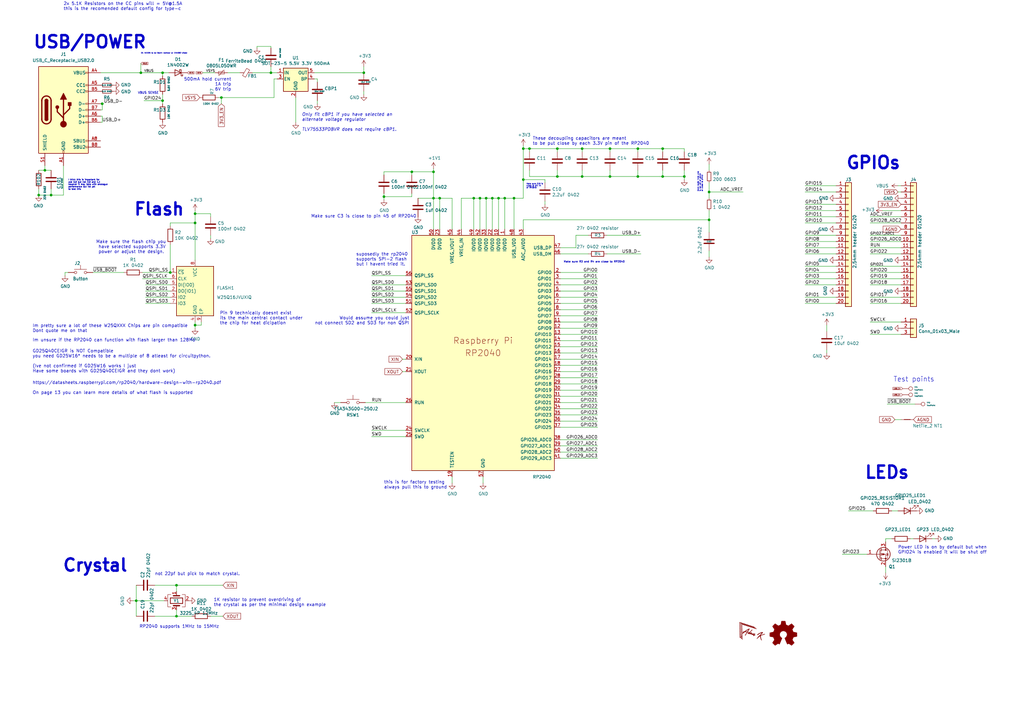
<source format=kicad_sch>
(kicad_sch (version 20230121) (generator eeschema)
  (paper "A3")
  (title_block (title "EnvOpenPico") (date "2020-12-18") (company "Envious.Design"))
  (junction (at 290.83 90.17))
  (junction (at 238.76 72.39))
  (junction (at 201.93 81.28))
  (junction (at 250.19 60.96))
  (junction (at 57.785 29.845))
  (junction (at 280.67 72.39))
  (junction (at 210.82 81.28))
  (junction (at 204.47 81.28))
  (junction (at 180.34 81.28))
  (junction (at 214.63 73.66))
  (junction (at 72.39 240.03))
  (junction (at 207.01 81.28))
  (junction (at 80.01 87.63))
  (junction (at 238.76 60.96))
  (junction (at 177.8 70.485))
  (junction (at 194.31 81.28))
  (junction (at 66.675 41.275))
  (junction (at 271.78 72.39))
  (junction (at 177.8 81.28))
  (junction (at 15.875 80.01))
  (junction (at 261.62 72.39))
  (junction (at 20.955 80.01))
  (junction (at 196.85 81.28))
  (junction (at 214.63 60.96))
  (junction (at 157.48 80.645))
  (junction (at 80.01 133.35))
  (junction (at 228.6 60.96))
  (junction (at 55.88 246.38))
  (junction (at 228.6 72.39))
  (junction (at 250.19 72.39))
  (junction (at 66.675 29.845))
  (junction (at 41.91 42.545))
  (junction (at 290.83 78.74))
  (junction (at 271.78 60.96))
  (junction (at 168.91 70.485))
  (junction (at 199.39 81.28))
  (junction (at 149.225 29.845))
  (junction (at 72.39 252.73))
  (junction (at 69.85 111.76))
  (junction (at 90.805 40.005))
  (junction (at 18.415 69.85))
  (junction (at 261.62 60.96))
  (junction (at 217.17 60.96))
  (junction (at 111.125 29.845))
  (junction (at 80.01 91.44))
  (wire (pts (xy 290.83 90.17) (xy 290.83 95.25)))
  (wire (pts (xy 41.91 50.165) (xy 41.275 50.165)))
  (wire (pts (xy 177.8 81.28) (xy 171.45 81.28)))
  (wire (pts (xy 342.9 86.36) (xy 330.2 86.36)))
  (wire (pts (xy 214.63 90.17) (xy 290.83 90.17)))
  (wire (pts (xy 66.675 41.275) (xy 66.675 42.545)))
  (wire (pts (xy 342.9 76.2) (xy 330.2 76.2)))
  (wire (pts (xy 374.65 220.98) (xy 373.38 220.98)))
  (wire (pts (xy 55.88 246.38) (xy 54.61 246.38)))
  (wire (pts (xy 358.14 209.55) (xy 347.98 209.55)))
  (wire (pts (xy 80.01 91.44) (xy 80.01 106.68)))
  (wire (pts (xy 149.225 27.305) (xy 149.225 29.845)))
  (wire (pts (xy 382.27 220.98) (xy 383.54 220.98)))
  (wire (pts (xy 69.85 92.71) (xy 69.85 91.44)))
  (wire (pts (xy 69.85 124.46) (xy 59.69 124.46)))
  (wire (pts (xy 69.85 116.84) (xy 59.69 116.84)))
  (wire (pts (xy 369.57 91.44) (xy 356.87 91.44)))
  (wire (pts (xy 229.87 121.92) (xy 245.11 121.92)))
  (wire (pts (xy 90.805 40.005) (xy 90.805 42.545)))
  (wire (pts (xy 363.22 220.98) (xy 365.76 220.98)))
  (wire (pts (xy 111.125 19.05) (xy 111.125 19.685)))
  (wire (pts (xy 363.855 165.735) (xy 375.285 165.735)))
  (wire (pts (xy 330.2 109.22) (xy 342.9 109.22)))
  (wire (pts (xy 86.36 96.52) (xy 86.36 97.79)))
  (wire (pts (xy 72.39 240.03) (xy 91.44 240.03)))
  (wire (pts (xy 229.87 187.96) (xy 245.11 187.96)))
  (wire (pts (xy 369.57 78.74) (xy 368.3 78.74)))
  (wire (pts (xy 157.48 80.645) (xy 168.91 80.645)))
  (wire (pts (xy 214.63 60.96) (xy 214.63 73.66)))
  (wire (pts (xy 261.62 62.23) (xy 261.62 60.96)))
  (wire (pts (xy 229.87 167.64) (xy 245.11 167.64)))
  (wire (pts (xy 157.48 80.645) (xy 157.48 81.915)))
  (wire (pts (xy 236.22 96.52) (xy 236.22 101.6)))
  (wire (pts (xy 185.42 195.58) (xy 185.42 198.12)))
  (wire (pts (xy 250.19 60.96) (xy 261.62 60.96)))
  (wire (pts (xy 342.9 88.9) (xy 330.2 88.9)))
  (wire (pts (xy 342.9 96.52) (xy 330.2 96.52)))
  (wire (pts (xy 130.175 33.655) (xy 130.175 32.385)))
  (wire (pts (xy 369.57 172.085) (xy 367.03 172.085)))
  (wire (pts (xy 185.42 93.98) (xy 185.42 81.28)))
  (wire (pts (xy 236.22 96.52) (xy 241.3 96.52)))
  (wire (pts (xy 166.37 179.07) (xy 152.4 179.07)))
  (wire (pts (xy 185.42 81.28) (xy 180.34 81.28)))
  (wire (pts (xy 342.9 99.06) (xy 330.2 99.06)))
  (wire (pts (xy 165.1 147.32) (xy 166.37 147.32)))
  (wire (pts (xy 330.2 91.44) (xy 342.9 91.44)))
  (wire (pts (xy 166.37 128.27) (xy 152.4 128.27)))
  (wire (pts (xy 111.125 29.845) (xy 113.665 29.845)))
  (wire (pts (xy 18.415 69.85) (xy 15.875 69.85)))
  (wire (pts (xy 152.4 121.92) (xy 166.37 121.92)))
  (wire (pts (xy 261.62 60.96) (xy 271.78 60.96)))
  (wire (pts (xy 27.94 111.76) (xy 26.67 111.76)))
  (wire (pts (xy 342.9 83.82) (xy 330.2 83.82)))
  (wire (pts (xy 121.285 40.005) (xy 121.285 50.165)))
  (wire (pts (xy 229.87 104.14) (xy 241.3 104.14)))
  (wire (pts (xy 41.91 47.625) (xy 41.275 47.625)))
  (wire (pts (xy 229.87 147.32) (xy 245.11 147.32)))
  (wire (pts (xy 223.52 82.55) (xy 223.52 83.82)))
  (wire (pts (xy 342.9 121.92) (xy 330.2 121.92)))
  (wire (pts (xy 189.23 81.28) (xy 194.31 81.28)))
  (wire (pts (xy 290.83 78.74) (xy 304.8 78.74)))
  (wire (pts (xy 356.87 137.16) (xy 369.57 137.16)))
  (wire (pts (xy 214.63 73.66) (xy 223.52 73.66)))
  (wire (pts (xy 365.76 209.55) (xy 368.3 209.55)))
  (wire (pts (xy 194.31 93.98) (xy 194.31 81.28)))
  (wire (pts (xy 55.88 252.73) (xy 55.88 246.38)))
  (wire (pts (xy 369.57 99.06) (xy 356.87 99.06)))
  (wire (pts (xy 342.9 124.46) (xy 330.2 124.46)))
  (wire (pts (xy 363.22 234.95) (xy 363.22 232.41)))
  (wire (pts (xy 229.87 139.7) (xy 245.11 139.7)))
  (wire (pts (xy 342.9 111.76) (xy 330.2 111.76)))
  (wire (pts (xy 228.6 72.39) (xy 238.76 72.39)))
  (wire (pts (xy 18.415 67.945) (xy 18.415 69.85)))
  (wire (pts (xy 290.83 102.87) (xy 290.83 105.41)))
  (wire (pts (xy 356.87 101.6) (xy 369.57 101.6)))
  (wire (pts (xy 152.4 116.84) (xy 166.37 116.84)))
  (wire (pts (xy 238.76 69.85) (xy 238.76 72.39)))
  (wire (pts (xy 103.505 29.845) (xy 111.125 29.845)))
  (wire (pts (xy 229.87 162.56) (xy 245.11 162.56)))
  (wire (pts (xy 66.675 29.845) (xy 66.675 31.115)))
  (wire (pts (xy 41.91 50.165) (xy 41.91 47.625)))
  (wire (pts (xy 157.48 79.375) (xy 157.48 80.645)))
  (wire (pts (xy 330.2 104.14) (xy 342.9 104.14)))
  (wire (pts (xy 369.57 114.3) (xy 356.87 114.3)))
  (wire (pts (xy 15.875 80.01) (xy 20.955 80.01)))
  (wire (pts (xy 248.92 96.52) (xy 262.89 96.52)))
  (wire (pts (xy 80.01 133.35) (xy 82.55 133.35)))
  (wire (pts (xy 229.87 129.54) (xy 245.11 129.54)))
  (wire (pts (xy 228.6 62.23) (xy 228.6 60.96)))
  (wire (pts (xy 290.83 90.17) (xy 290.83 86.36)))
  (wire (pts (xy 271.78 60.96) (xy 271.78 62.23)))
  (wire (pts (xy 194.31 81.28) (xy 196.85 81.28)))
  (wire (pts (xy 130.175 42.545) (xy 130.175 41.275)))
  (wire (pts (xy 41.91 42.545) (xy 42.545 42.545)))
  (wire (pts (xy 177.8 70.485) (xy 177.8 81.28)))
  (wire (pts (xy 229.87 134.62) (xy 245.11 134.62)))
  (wire (pts (xy 201.93 93.98) (xy 201.93 81.28)))
  (wire (pts (xy 58.42 111.76) (xy 69.85 111.76)))
  (wire (pts (xy 112.395 32.385) (xy 113.665 32.385)))
  (wire (pts (xy 189.23 93.98) (xy 189.23 81.28)))
  (wire (pts (xy 157.48 70.485) (xy 168.91 70.485)))
  (wire (pts (xy 217.17 60.96) (xy 228.6 60.96)))
  (wire (pts (xy 228.6 60.96) (xy 238.76 60.96)))
  (wire (pts (xy 180.34 81.28) (xy 177.8 81.28)))
  (wire (pts (xy 229.87 111.76) (xy 245.11 111.76)))
  (wire (pts (xy 58.42 114.3) (xy 69.85 114.3)))
  (wire (pts (xy 229.87 182.88) (xy 245.11 182.88)))
  (wire (pts (xy 250.19 62.23) (xy 250.19 60.96)))
  (wire (pts (xy 228.6 72.39) (xy 228.6 69.85)))
  (wire (pts (xy 229.87 144.78) (xy 245.11 144.78)))
  (wire (pts (xy 250.19 72.39) (xy 238.76 72.39)))
  (wire (pts (xy 369.57 111.76) (xy 356.87 111.76)))
  (wire (pts (xy 26.67 111.76) (xy 26.67 113.03)))
  (wire (pts (xy 210.82 93.98) (xy 210.82 81.28)))
  (wire (pts (xy 369.57 109.22) (xy 356.87 109.22)))
  (wire (pts (xy 168.91 70.485) (xy 177.8 70.485)))
  (wire (pts (xy 217.17 69.85) (xy 217.17 72.39)))
  (wire (pts (xy 63.5 240.03) (xy 72.39 240.03)))
  (wire (pts (xy 217.17 62.23) (xy 217.17 60.96)))
  (wire (pts (xy 250.19 69.85) (xy 250.19 72.39)))
  (wire (pts (xy 229.87 124.46) (xy 245.11 124.46)))
  (wire (pts (xy 229.87 154.94) (xy 245.11 154.94)))
  (wire (pts (xy 111.125 27.305) (xy 111.125 29.845)))
  (wire (pts (xy 229.87 132.08) (xy 245.11 132.08)))
  (wire (pts (xy 105.41 19.05) (xy 105.41 19.685)))
  (wire (pts (xy 41.91 42.545) (xy 41.275 42.545)))
  (wire (pts (xy 339.09 133.35) (xy 339.09 135.89)))
  (wire (pts (xy 229.87 185.42) (xy 245.11 185.42)))
  (wire (pts (xy 342.9 114.3) (xy 330.2 114.3)))
  (wire (pts (xy 78.74 252.73) (xy 72.39 252.73)))
  (wire (pts (xy 57.785 29.845) (xy 66.675 29.845)))
  (wire (pts (xy 139.7 165.1) (xy 137.16 165.1)))
  (wire (pts (xy 229.87 149.86) (xy 245.11 149.86)))
  (wire (pts (xy 229.87 114.3) (xy 245.11 114.3)))
  (wire (pts (xy 69.85 91.44) (xy 80.01 91.44)))
  (wire (pts (xy 41.275 29.845) (xy 57.785 29.845)))
  (wire (pts (xy 229.87 180.34) (xy 245.11 180.34)))
  (wire (pts (xy 214.63 60.96) (xy 217.17 60.96)))
  (wire (pts (xy 149.86 165.1) (xy 166.37 165.1)))
  (wire (pts (xy 229.87 152.4) (xy 245.11 152.4)))
  (wire (pts (xy 199.39 81.28) (xy 201.93 81.28)))
  (wire (pts (xy 368.3 76.2) (xy 369.57 76.2)))
  (wire (pts (xy 66.675 38.735) (xy 66.675 41.275)))
  (wire (pts (xy 207.01 81.28) (xy 210.82 81.28)))
  (wire (pts (xy 369.57 116.84) (xy 356.87 116.84)))
  (wire (pts (xy 199.39 93.98) (xy 199.39 81.28)))
  (wire (pts (xy 271.78 69.85) (xy 271.78 72.39)))
  (wire (pts (xy 217.17 72.39) (xy 228.6 72.39)))
  (wire (pts (xy 18.415 69.85) (xy 20.955 69.85)))
  (wire (pts (xy 168.91 71.755) (xy 168.91 70.485)))
  (wire (pts (xy 280.67 73.66) (xy 280.67 72.39)))
  (wire (pts (xy 41.91 45.085) (xy 41.275 45.085)))
  (wire (pts (xy 112.395 32.385) (xy 112.395 40.005)))
  (wire (pts (xy 342.9 101.6) (xy 330.2 101.6)))
  (wire (pts (xy 196.85 81.28) (xy 199.39 81.28)))
  (wire (pts (xy 72.39 252.73) (xy 72.39 250.19)))
  (wire (pts (xy 229.87 142.24) (xy 245.11 142.24)))
  (wire (pts (xy 59.055 41.275) (xy 66.675 41.275)))
  (wire (pts (xy 204.47 81.28) (xy 207.01 81.28)))
  (wire (pts (xy 229.87 119.38) (xy 245.11 119.38)))
  (wire (pts (xy 271.78 60.96) (xy 280.67 60.96)))
  (wire (pts (xy 198.12 195.58) (xy 198.12 198.12)))
  (wire (pts (xy 261.62 69.85) (xy 261.62 72.39)))
  (wire (pts (xy 82.55 133.35) (xy 82.55 132.08)))
  (wire (pts (xy 69.85 100.33) (xy 69.85 111.76)))
  (wire (pts (xy 177.8 81.28) (xy 177.8 93.98)))
  (wire (pts (xy 223.52 74.93) (xy 223.52 73.66)))
  (wire (pts (xy 152.4 124.46) (xy 166.37 124.46)))
  (wire (pts (xy 72.39 252.73) (xy 63.5 252.73)))
  (wire (pts (xy 80.01 87.63) (xy 80.01 91.44)))
  (wire (pts (xy 229.87 137.16) (xy 245.11 137.16)))
  (wire (pts (xy 15.875 77.47) (xy 15.875 80.01)))
  (wire (pts (xy 130.175 32.385) (xy 128.905 32.385)))
  (wire (pts (xy 90.805 40.005) (xy 112.395 40.005)))
  (wire (pts (xy 152.4 119.38) (xy 166.37 119.38)))
  (wire (pts (xy 229.87 116.84) (xy 245.11 116.84)))
  (wire (pts (xy 369.57 124.46) (xy 356.87 124.46)))
  (wire (pts (xy 290.83 78.74) (xy 290.83 81.28)))
  (wire (pts (xy 229.87 170.18) (xy 245.11 170.18)))
  (wire (pts (xy 361.95 86.36) (xy 369.57 86.36)))
  (wire (pts (xy 238.76 62.23) (xy 238.76 60.96)))
  (wire (pts (xy 83.185 29.845) (xy 88.265 29.845)))
  (wire (pts (xy 369.57 88.9) (xy 356.87 88.9)))
  (wire (pts (xy 363.22 222.25) (xy 363.22 220.98)))
  (wire (pts (xy 369.57 96.52) (xy 356.87 96.52)))
  (wire (pts (xy 229.87 175.26) (xy 245.11 175.26)))
  (wire (pts (xy 80.01 86.36) (xy 80.01 87.63)))
  (wire (pts (xy 229.87 157.48) (xy 245.11 157.48)))
  (wire (pts (xy 166.37 113.03) (xy 152.4 113.03)))
  (wire (pts (xy 280.67 60.96) (xy 280.67 62.23)))
  (wire (pts (xy 105.41 19.05) (xy 111.125 19.05)))
  (wire (pts (xy 214.63 59.69) (xy 214.63 60.96)))
  (wire (pts (xy 55.88 246.38) (xy 55.88 240.03)))
  (wire (pts (xy 290.83 67.31) (xy 290.83 69.85)))
  (wire (pts (xy 248.92 104.14) (xy 262.89 104.14)))
  (wire (pts (xy 204.47 93.98) (xy 204.47 81.28)))
  (wire (pts (xy 196.85 93.98) (xy 196.85 81.28)))
  (wire (pts (xy 177.8 69.215) (xy 177.8 70.485)))
  (wire (pts (xy 238.76 60.96) (xy 250.19 60.96)))
  (wire (pts (xy 201.93 81.28) (xy 204.47 81.28)))
  (wire (pts (xy 55.88 246.38) (xy 67.31 246.38)))
  (wire (pts (xy 50.8 111.76) (xy 38.1 111.76)))
  (wire (pts (xy 229.87 160.02) (xy 245.11 160.02)))
  (wire (pts (xy 290.83 74.93) (xy 290.83 78.74)))
  (wire (pts (xy 41.91 42.545) (xy 41.91 45.085)))
  (wire (pts (xy 72.39 242.57) (xy 72.39 240.03)))
  (wire (pts (xy 89.535 40.005) (xy 90.805 40.005)))
  (wire (pts (xy 271.78 72.39) (xy 280.67 72.39)))
  (wire (pts (xy 207.01 81.28) (xy 207.01 93.98)))
  (wire (pts (xy 157.48 71.755) (xy 157.48 70.485)))
  (wire (pts (xy 369.57 121.92) (xy 356.87 121.92)))
  (wire (pts (xy 271.78 72.39) (xy 261.62 72.39)))
  (wire (pts (xy 369.57 132.08) (xy 356.87 132.08)))
  (wire (pts (xy 345.44 227.33) (xy 355.6 227.33)))
  (wire (pts (xy 214.63 73.66) (xy 214.63 81.28)))
  (wire (pts (xy 66.675 29.845) (xy 69.215 29.845)))
  (wire (pts (xy 210.82 81.28) (xy 214.63 81.28)))
  (wire (pts (xy 26.035 80.01) (xy 20.955 80.01)))
  (wire (pts (xy 168.91 80.645) (xy 168.91 79.375)))
  (wire (pts (xy 80.01 133.35) (xy 80.01 134.62)))
  (wire (pts (xy 214.63 93.98) (xy 214.63 90.17)))
  (wire (pts (xy 229.87 127) (xy 245.11 127)))
  (wire (pts (xy 86.36 88.9) (xy 86.36 87.63)))
  (wire (pts (xy 166.37 176.53) (xy 152.4 176.53)))
  (wire (pts (xy 229.87 172.72) (xy 245.11 172.72)))
  (wire (pts (xy 26.035 67.945) (xy 26.035 80.01)))
  (wire (pts (xy 280.67 69.85) (xy 280.67 72.39)))
  (wire (pts (xy 59.69 119.38) (xy 69.85 119.38)))
  (wire (pts (xy 342.9 116.84) (xy 330.2 116.84)))
  (wire (pts (xy 261.62 72.39) (xy 250.19 72.39)))
  (wire (pts (xy 86.36 252.73) (xy 91.44 252.73)))
  (wire (pts (xy 369.57 104.14) (xy 356.87 104.14)))
  (wire (pts (xy 166.37 152.4) (xy 165.1 152.4)))
  (wire (pts (xy 339.09 143.51) (xy 339.09 144.78)))
  (wire (pts (xy 93.345 29.845) (xy 98.425 29.845)))
  (wire (pts (xy 342.9 78.74) (xy 330.2 78.74)))
  (wire (pts (xy 57.785 29.845) (xy 57.785 26.035)))
  (wire (pts (xy 149.225 37.465) (xy 149.225 38.735)))
  (wire (pts (xy 229.87 101.6) (xy 236.22 101.6)))
  (wire (pts (xy 80.01 133.35) (xy 80.01 132.08)))
  (wire (pts (xy 86.36 87.63) (xy 80.01 87.63)))
  (wire (pts (xy 229.87 165.1) (xy 245.11 165.1)))
  (wire (pts (xy 69.85 121.92) (xy 59.69 121.92)))
  (wire (pts (xy 180.34 93.98) (xy 180.34 81.28)))
  (wire (pts (xy 128.905 29.845) (xy 149.225 29.845)))
  (wire (pts (xy 20.955 77.47) (xy 20.955 80.01)))
  (text "Power LED is on by default but when\nGPIO24 is enabled it will be shut off" (at 368.3 227.33 0) (effects (font (size 1.27 1.27)) (justify left bottom)))
  (text "GPIOs" (at 346.71 69.85 0) (effects (font (size 5.0038 5.0038) (thickness 1.0008) bold) (justify left bottom)))
  (text "USB/POWER" (at 13.335 20.32 0) (effects (font (size 5.0038 5.0038) (thickness 1.0008) bold) (justify left bottom)))
  (text "GD25Q40CEIGR is NOT Compatible\nyou need GD25W16* needs to be a multiple of 8 atleast for circuitpython.\n\n(Ive not confirmed if GD25W16 works I just \nHave some boards with GD25Q40CEIGR and they dont work)" (at 13.335 153.035 0) (effects (font (size 1.27 1.27)) (justify left bottom)))
  (text "D1 NEEDS to be 0omh resistor or 1N4002 diode" (at 57.785 22.225 0) (effects (font (size 0.508 0.508)) (justify left bottom)))
  (text "https://datasheets.raspberrypi.com/rp2040/hardware-design-with-rp2040.pdf\n\nOn page 13 you can learn more details of what flash is supported\n" (at 13.335 161.925 0) (effects (font (size 1.27 1.27)) (justify left bottom)))
  (text "Only fit cBP1 if you have selected an \nalternate voltage regulator\n\nTLV75533PDBVR does not require cBP1." (at 123.825 53.975 0) (effects (font (size 1.27 1.27) italic) (justify left bottom)))
  (text "Pin 9 technically doesnt exist\nits the main central contact under\nthe chip for heat dicipation" (at 90.17 133.35 0) (effects (font (size 1.27 1.27)) (justify left bottom)))
  (text "Make sure R3 and R4 are close to RP2040" (at 231.14 107.95 0) (effects (font (size 0.75 0.75)) (justify left bottom)))
  (text "this is for factory testing\nalways pull this to ground" (at 157.48 200.66 0) (effects (font (size 1.27 1.27)) (justify left bottom)))
  (text "Im unsure if the RP2040 can function with flash larger than 128Mb" (at 13.335 140.335 0) (effects (font (size 1.27 1.27)) (justify left bottom)))
  (text "Would assume you could just\nnot connect SD2 and SD3 for non QSPI" (at 167.894 133.35 0) (effects (font (size 1.27 1.27)) (justify right bottom)))
  (text "These decoupling capacitors are meant\nto be put close by each 3.3V pin of the RP2040" (at 218.44 59.69 0) (effects (font (size 1.27 1.27)) (justify left bottom)))
  (text "Flash" (at 54.61 88.9 0) (effects (font (size 5.0038 5.0038) (thickness 1.0008) bold) (justify left bottom)))
  (text "Im pretty sure a lot of these W25QXXX Chips are pin compatible\nDont quote me on that" (at 13.335 136.525 0) (effects (font (size 1.27 1.27)) (justify left bottom)))
  (text "not 22pf but pick to match crystal." (at 63.5 236.22 0) (effects (font (size 1.27 1.27)) (justify left bottom)))
  (text "VBUS SENSE" (at 56.515 38.735 0) (effects (font (size 0.9 0.9)) (justify left bottom)))
  (text "2x 5.1K Resistors on the CC pins will = 5V@1.5A\nthis is the recomended default config for type-c" (at 26.035 4.445 0) (effects (font (size 1.27 1.27)) (justify left bottom)))
  (text "suposedly the rp2040\nsupports SPI-2 flash\nbut I havent tried it.\n" (at 146.05 109.22 0) (effects (font (size 1.27 1.27)) (justify left bottom)))
  (text "Test points" (at 366.395 156.845 0) (effects (font (size 2 2)) (justify left bottom)))
  (text "1K resistor to prevent overdriving of \nthe crystal as per the minimal design example" (at 87.63 248.92 0) (effects (font (size 1.27 1.27)) (justify left bottom)))
  (text "LEDs" (at 354.33 196.85 0) (effects (font (size 5.0038 5.0038) (thickness 1.0008) bold) (justify left bottom)))
  (text "RP2040 supports 1MHz to 15MHz" (at 57.15 257.81 0) (effects (font (size 1.27 1.27)) (justify left bottom)))
  (text "I think this is important for \nusb 3.0 but not 2.0 and 1.1\nhowever it may help with analogue\nperformance but ive yet\nto test this" (at 27.94 78.105 0) (effects (font (size 0.6 0.6)) (justify left bottom)))
  (text "Make sure the flash chip you\n have selected supports 3.3V\n power or adjust the design." (at 39.37 104.14 0) (effects (font (size 1.27 1.27)) (justify left bottom)))
  (text "MAKE SURE THIS LINE \nis ran off of pin43\nor close to pin43" (at 288.29 78.74 90) (effects (font (size 0.5 0.5)) (justify left bottom)))
  (text "Crystal" (at 25.4 234.95 0) (effects (font (size 5.0038 5.0038) (thickness 1.0008) bold) (justify left bottom)))
  (text "500mA hold current\n1A trip\n6V trip" (at 94.869 37.465 0) (effects (font (size 1.27 1.27)) (justify right bottom)))
  (text "Make sure C3 is close to pin 45 of RP2040" (at 170.815 89.535 0) (effects (font (size 1.27 1.27)) (justify right bottom)))
  (text "Make sure C10 is\nclose to pin 44\nof RP2040\n" (at 215.9 77.47 0) (effects (font (size 0.5 0.5)) (justify left bottom)))
  (label "GPIO0" (at 330.2 124.46 0))
  (label "GPIO11" (at 245.11 139.7 180))
  (label "ADC_VREF" (at 356.87 88.9 0))
  (label "GPIO9" (at 245.11 134.62 180))
  (label "GPIO5" (at 330.2 109.22 0))
  (label "GPIO24" (at 59.055 41.275 0))
  (label "GPIO17" (at 356.87 121.92 0))
  (label "GPIO2" (at 330.2 116.84 0))
  (label "GPIO27_ADC1" (at 245.11 182.88 180))
  (label "GPIO26_ADC0" (at 356.87 99.06 0))
  (label "QSPI_SS" (at 152.4 113.03 0))
  (label "GPIO3" (at 245.11 119.38 180))
  (label "~{USB_BOOT}" (at 38.1 111.76 0))
  (label "GPIO28_ADC2" (at 356.87 91.44 0))
  (label "ADC_VREF" (at 304.8 78.74 180))
  (label "GPIO2" (at 245.11 116.84 180))
  (label "GPIO1" (at 330.2 121.92 0))
  (label "GPIO6" (at 245.11 127 180))
  (label "GPIO16" (at 356.87 124.46 0))
  (label "GPIO7" (at 330.2 101.6 0))
  (label "GPIO15" (at 330.2 76.2 0))
  (label "QSPI_SS" (at 60.96 111.76 0))
  (label "GPIO28_ADC2" (at 245.11 185.42 180))
  (label "QSPI_SD3" (at 152.4 124.46 0))
  (label "GPIO8" (at 245.11 132.08 180))
  (label "GPIO13" (at 330.2 83.82 0))
  (label "SWCLK" (at 152.4 176.53 0))
  (label "GPIO26_ADC0" (at 245.11 180.34 180))
  (label "VBUS" (at 59.055 29.845 0) (effects (font (size 0.9906 0.9906))))
  (label "GPIO0" (at 245.11 111.76 180))
  (label "GPIO9" (at 330.2 96.52 0))
  (label "VSYS" (at 84.455 29.845 0) (effects (font (size 0.9906 0.9906))))
  (label "GPIO20" (at 245.11 162.56 180))
  (label "GPIO6" (at 330.2 104.14 0))
  (label "GPIO14" (at 245.11 147.32 180))
  (label "GPIO22" (at 356.87 104.14 0))
  (label "USB_D-" (at 42.545 42.545 0))
  (label "SWD" (at 356.87 137.16 0))
  (label "GPIO19" (at 356.87 114.3 0))
  (label "GPIO18" (at 356.87 116.84 0))
  (label "QSPI_SD1" (at 59.69 119.38 0))
  (label "QSPI_SD3" (at 59.69 124.46 0))
  (label "GPIO4" (at 330.2 111.76 0))
  (label "USB_D-" (at 262.89 104.14 180))
  (label "GPIO7" (at 245.11 129.54 180))
  (label "GPIO17" (at 245.11 154.94 180))
  (label "GPIO22" (at 245.11 167.64 180))
  (label "RUN" (at 152.4 165.1 0))
  (label "QSPI_SD0" (at 152.4 116.84 0))
  (label "SWD" (at 152.4 179.07 0))
  (label "GPIO23" (at 345.44 227.33 0))
  (label "QSPI_SD2" (at 59.69 121.92 0))
  (label "GPIO10" (at 330.2 91.44 0))
  (label "GPIO23" (at 245.11 170.18 180))
  (label "GPIO15" (at 245.11 149.86 180))
  (label "~{USB_BOOT}" (at 363.855 165.735 0))
  (label "GPIO25" (at 347.98 209.55 0))
  (label "USB_D+" (at 41.91 50.165 0))
  (label "RUN" (at 356.87 101.6 0))
  (label "GPIO13" (at 245.11 144.78 180))
  (label "SWCLK" (at 356.87 132.08 0))
  (label "GPIO19" (at 245.11 160.02 180))
  (label "GPIO10" (at 245.11 137.16 180))
  (label "USB_D+" (at 262.89 96.52 180))
  (label "QSPI_SCLK" (at 58.42 114.3 0))
  (label "GPIO27_ADC1" (at 356.87 96.52 0) (effects (font (size 0.9906 0.9906))))
  (label "GPIO12" (at 330.2 86.36 0))
  (label "GPIO8" (at 330.2 99.06 0))
  (label "GPIO14" (at 330.2 78.74 0))
  (label "QSPI_SD1" (at 152.4 119.38 0))
  (label "QSPI_SCLK" (at 152.4 128.27 0))
  (label "GPIO16" (at 245.11 152.4 180))
  (label "GPIO29_ADC3" (at 245.11 187.96 180))
  (label "GPIO11" (at 330.2 88.9 0))
  (label "GPIO18" (at 245.11 157.48 180))
  (label "QSPI_SD2" (at 152.4 121.92 0))
  (label "GPIO12" (at 245.11 142.24 180))
  (label "GPIO5" (at 245.11 124.46 180))
  (label "GPIO21" (at 356.87 109.22 0) (effects (font (size 0.9906 0.9906))))
  (label "GPIO20" (at 356.87 111.76 0))
  (label "GPIO1" (at 245.11 114.3 180))
  (label "GPIO21" (at 245.11 165.1 180))
  (label "GPIO24" (at 245.11 172.72 180))
  (label "GPIO3" (at 330.2 114.3 0))
  (label "QSPI_SD0" (at 59.69 116.84 0))
  (label "GPIO25" (at 245.11 175.26 180))
  (label "GPIO4" (at 245.11 121.92 180))
  (global_label "USB_D+" (shape input) (at 370.205 159.385 180) (effects (font (size 0.508 0.508))) (property "Intersheetrefs" "${INTERSHEET_REFS}" (effects hide)))
  (global_label "XIN" (shape input) (at 165.1 147.32 180) (property "Intersheetrefs" "${INTERSHEET_REFS}" (effects hide)))
  (global_label "VSYS" (shape input) (at 81.915 40.005 180) (property "Intersheetrefs" "${INTERSHEET_REFS}" (effects hide)))
  (global_label "AGND" (shape input) (at 369.57 93.98 180) (property "Intersheetrefs" "${INTERSHEET_REFS}" (effects hide)))
  (global_label "GND" (shape input) (at 367.03 172.085 180) (property "Intersheetrefs" "${INTERSHEET_REFS}" (effects hide)))
  (global_label "USB_D-" (shape input) (at 370.205 161.925 180) (effects (font (size 0.508 0.508))) (property "Intersheetrefs" "${INTERSHEET_REFS}" (effects hide)))
  (global_label "VSYS" (shape input) (at 76.835 29.845 0) (effects (font (size 0.508 0.508))) (property "Intersheetrefs" "${INTERSHEET_REFS}" (effects hide)))
  (global_label "AGND" (shape input) (at 374.65 172.085 0) (property "Intersheetrefs" "${INTERSHEET_REFS}" (effects hide)))
  (global_label "VSYS" (shape input) (at 83.185 29.845 180) (effects (font (size 0.508 0.508))) (property "Intersheetrefs" "${INTERSHEET_REFS}" (effects hide)))
  (global_label "XIN" (shape input) (at 91.44 240.03 0) (property "Intersheetrefs" "${INTERSHEET_REFS}" (effects hide)))
  (global_label "3V3_EN" (shape input) (at 90.805 42.545 270) (property "Intersheetrefs" "${INTERSHEET_REFS}" (effects hide)))
  (global_label "3V3_EN" (shape input) (at 369.57 83.82 180) (property "Intersheetrefs" "${INTERSHEET_REFS}" (effects hide)))
  (global_label "XOUT" (shape input) (at 91.44 252.73 0) (property "Intersheetrefs" "${INTERSHEET_REFS}" (effects hide)))
  (global_label "VBUS" (shape input) (at 57.785 26.035 0) (effects (font (size 0.508 0.508))) (property "Intersheetrefs" "${INTERSHEET_REFS}" (effects hide)))
  (global_label "XOUT" (shape input) (at 165.1 152.4 180) (property "Intersheetrefs" "${INTERSHEET_REFS}" (effects hide)))
  (global_label "VSYS" (shape input) (at 368.3 78.74 180) (effects (font (size 0.9906 0.9906))) (property "Intersheetrefs" "${INTERSHEET_REFS}" (effects hide)))
  (symbol (lib_id "MCU_RaspberryPi_RP2040:RP2040") (at 198.12 144.78 0) (unit 1)
    (property "Reference" "U3" (at 170.18 95.25 0))
    (property "Value" "RP2040" (at 222.25 195.58 0))
    (property "Footprint" "RP2040_minimal:RP2040-QFN-56" (effects hide))
    (property "LCSC" " C2040" (effects hide))
  )
  (symbol (lib_id "Device:C") (at 59.69 240.03 90) (unit 1)
    (property "Reference" "C2" (at 58.5216 237.109 0) (effects (justify left)))
    (property "Value" "22pf 0402" (at 60.833 237.109 0) (effects (justify left)))
    (property "Footprint" "Capacitor_SMD:C_0402_1005Metric" (effects hide))
    (property "LCSC" " " (effects hide))
  )
  (symbol (lib_id "power:GND") (at 198.12 198.12 0) (unit 1)
    (property "Reference" "#PWR016" (effects hide))
    (property "Value" "GND" (at 198.247 202.5142 0))
  )
  (symbol (lib_id "power:GND") (at 185.42 198.12 0) (unit 1)
    (property "Reference" "#PWR015" (effects hide))
    (property "Value" "GND" (at 185.547 202.5142 0))
  )
  (symbol (lib_id "Device:R") (at 245.11 96.52 270) (unit 1)
    (property "Reference" "R3" (at 245.11 96.52 90))
    (property "Value" "27r 0402 resistor" (at 245.11 93.5736 90))
    (property "Footprint" "Resistor_SMD:R_0402_1005Metric" (effects hide))
    (property "LCSC" " " (effects hide))
  )
  (symbol (lib_id "Device:R") (at 245.11 104.14 270) (unit 1)
    (property "Reference" "R4" (at 245.11 104.14 90))
    (property "Value" "27r 0402 resistor" (at 245.11 101.1936 90))
    (property "Footprint" "Resistor_SMD:R_0402_1005Metric" (effects hide))
    (property "LCSC" " " (effects hide))
  )
  (symbol (lib_id "power:GND") (at 342.9 119.38 270) (mirror x) (unit 1)
    (property "Reference" "#PWR020" (effects hide))
    (property "Value" "GND" (at 338.5058 119.253 0))
  )
  (symbol (lib_id "power:+3V3") (at 214.63 59.69 0) (unit 1)
    (property "Reference" "#PWR017" (effects hide))
    (property "Value" "+3V3" (at 215.011 55.2958 0))
  )
  (symbol (lib_id "power:+1V1") (at 177.8 69.215 0) (unit 1)
    (property "Reference" "#PWR014" (effects hide))
    (property "Value" "+1V1" (at 178.181 64.8208 0))
  )
  (symbol (lib_id "Device:C") (at 217.17 66.04 0) (unit 1)
    (property "Reference" "C11" (at 220.091 64.8716 0) (effects (justify left)))
    (property "Value" "100nf 0402" (effects hide))
    (property "Footprint" "Capacitor_SMD:C_0402_1005Metric" (effects hide))
    (property "LCSC" " " (effects hide))
  )
  (symbol (lib_id "Device:C") (at 157.48 75.565 0) (unit 1)
    (property "Reference" "C6" (at 160.401 74.3966 0) (effects (justify left)))
    (property "Value" "100nf 0402" (at 160.401 76.708 0) (effects (justify left)))
    (property "Footprint" "Capacitor_SMD:C_0402_1005Metric" (effects hide))
    (property "LCSC" " " (effects hide))
  )
  (symbol (lib_id "Device:C") (at 168.91 75.565 0) (unit 1)
    (property "Reference" "C7" (at 171.831 74.3966 0) (effects (justify left)))
    (property "Value" "100nf 0402" (at 171.831 76.708 0) (effects (justify left)))
    (property "Footprint" "Capacitor_SMD:C_0402_1005Metric" (effects hide))
    (property "LCSC" " " (effects hide))
  )
  (symbol (lib_id "Device:C") (at 223.52 78.74 0) (unit 1)
    (property "Reference" "C10" (at 226.441 77.5716 0) (effects (justify left)))
    (property "Value" "2.2uF 0402" (at 226.441 79.883 0) (effects (justify left)))
    (property "Footprint" "Capacitor_SMD:C_0402_1005Metric" (effects hide))
    (property "LCSC" " " (effects hide))
  )
  (symbol (lib_id "power:GND") (at 157.48 81.915 0) (unit 1)
    (property "Reference" "#PWR012" (effects hide))
    (property "Value" "GND" (at 157.607 86.3092 0))
  )
  (symbol (lib_id "power:GND") (at 223.52 83.82 0) (unit 1)
    (property "Reference" "#PWR018" (effects hide))
    (property "Value" "GND" (at 223.647 88.2142 0))
  )
  (symbol (lib_id "power:VBUS") (at 368.3 76.2 90) (unit 1)
    (property "Reference" "#PWR03" (effects hide))
    (property "Value" "VBUS" (at 361.95 76.2 90))
  )
  (symbol (lib_id "power:+3V3") (at 149.225 27.305 0) (unit 1)
    (property "Reference" "#PWR09" (effects hide))
    (property "Value" "+3V3" (at 149.606 22.9108 0))
  )
  (symbol (lib_id "Device:C") (at 111.125 23.495 180) (unit 1)
    (property "Reference" "C1" (at 108.585 23.495 0) (effects (justify left)))
    (property "Value" "10uf 0402" (at 114.935 19.685 90) (effects (font (size 0.508 0.508)) (justify left)))
    (property "Footprint" "Capacitor_SMD:C_0402_1005Metric" (effects hide))
    (property "LCSC" " " (effects hide))
  )
  (symbol (lib_id "power:GND") (at 105.41 19.685 0) (unit 1)
    (property "Reference" "#PWR04" (effects hide))
    (property "Value" "GND" (at 101.6 20.955 0))
  )
  (symbol (lib_id "power:+3V3") (at 339.09 133.35 0) (unit 1)
    (property "Reference" "#PWR024" (effects hide))
    (property "Value" "+3V3" (at 339.471 128.9558 0))
  )
  (symbol (lib_id "Device:C") (at 339.09 139.7 0) (unit 1)
    (property "Reference" "C17" (at 342.011 138.5316 0) (effects (justify left)))
    (property "Value" "10uf 0402" (at 342.011 140.843 0) (effects (justify left)))
    (property "Footprint" "Capacitor_SMD:C_0402_1005Metric" (effects hide))
    (property "LCSC" " " (effects hide))
  )
  (symbol (lib_id "power:GND") (at 339.09 144.78 0) (unit 1)
    (property "Reference" "#PWR025" (effects hide))
    (property "Value" "GND" (at 335.28 146.05 0))
  )
  (symbol (lib_id "Connector_Generic:Conn_01x20") (at 374.65 99.06 0) (unit 1)
    (property "Reference" "J4" (at 374.65 73.66 0))
    (property "Value" "2.54mm header 01x20" (at 377.19 99.06 90))
    (property "Footprint" "Connector_PinHeader_2.54mm:PinHeader_1x20_P2.54mm_Vertical" (effects hide))
    (property "LCSC" " " (effects hide))
  )
  (symbol (lib_id "Connector_Generic:Conn_01x20") (at 347.98 99.06 0) (unit 1)
    (property "Reference" "J3" (at 347.98 73.66 0))
    (property "Value" "2.54mm header 01x20" (at 350.52 99.06 90))
    (property "Footprint" "Connector_PinHeader_2.54mm:PinHeader_1x20_P2.54mm_Vertical" (effects hide))
    (property "LCSC" " " (effects hide))
  )
  (symbol (lib_id "logo:LOGO") (at 308.61 259.08 0) (unit 1)
    (property "Reference" "#G1" (effects hide))
    (property "Value" "LOGO" (effects hide))
    (property "Footprint" "EnvExtras:logo" (effects hide))
  )
  (symbol (lib_id "power:GND") (at 171.45 88.9 0) (unit 1)
    (property "Reference" "#PWR06" (effects hide))
    (property "Value" "GND" (at 171.577 93.2942 0))
  )
  (symbol (lib_id "Device:C") (at 171.45 85.09 0) (unit 1)
    (property "Reference" "C3" (at 174.371 83.9216 0) (effects (justify left)))
    (property "Value" "1uf 0402" (at 174.371 86.233 0) (effects (justify left)))
    (property "Footprint" "Capacitor_SMD:C_0402_1005Metric" (effects hide))
    (property "LCSC" " " (effects hide))
  )
  (symbol (lib_id "Graphic:Logo_Open_Hardware_Small") (at 321.31 260.35 0) (unit 1)
    (property "Reference" "#LOGO1" (effects hide))
    (property "Value" "Logo_Open_Hardware_Small" (effects hide))
    (property "Footprint" "EnvExtras:logo" (effects hide))
  )
  (symbol (lib_id "Device:R") (at 85.725 40.005 270) (unit 1)
    (property "Reference" "R7" (at 86.995 36.195 0) (effects (justify left)))
    (property "Value" "100K 0402" (at 83.185 42.545 90) (effects (font (size 0.762 0.762)) (justify left)))
    (property "Footprint" "Resistor_SMD:R_0402_1005Metric" (effects hide))
    (property "LCSC" " " (effects hide))
  )
  (symbol (lib_id "Device:C") (at 228.6 66.04 0) (unit 1)
    (property "Reference" "C8" (at 231.521 64.8716 0) (effects (justify left)))
    (property "Value" "100nf 0402" (effects hide))
    (property "Footprint" "Capacitor_SMD:C_0402_1005Metric" (effects hide))
    (property "LCSC" " " (effects hide))
  )
  (symbol (lib_id "Device:C") (at 261.62 66.04 0) (unit 1)
    (property "Reference" "C15" (at 264.541 64.8716 0) (effects (justify left)))
    (property "Value" "100nf 0402" (effects hide))
    (property "Footprint" "Capacitor_SMD:C_0402_1005Metric" (effects hide))
    (property "LCSC" " " (effects hide))
  )
  (symbol (lib_id "Device:C") (at 250.19 66.04 0) (unit 1)
    (property "Reference" "C14" (at 253.111 64.8716 0) (effects (justify left)))
    (property "Value" "100nf 0402" (effects hide))
    (property "Footprint" "Capacitor_SMD:C_0402_1005Metric" (effects hide))
    (property "LCSC" " " (effects hide))
  )
  (symbol (lib_id "Device:C") (at 238.76 66.04 0) (unit 1)
    (property "Reference" "C13" (at 241.681 64.8716 0) (effects (justify left)))
    (property "Value" "100nf 0402" (effects hide))
    (property "Footprint" "Capacitor_SMD:C_0402_1005Metric" (effects hide))
    (property "LCSC" " " (effects hide))
  )
  (symbol (lib_id "power:GND") (at 280.67 73.66 0) (unit 1)
    (property "Reference" "#PWR08" (effects hide))
    (property "Value" "GND" (at 280.797 78.0542 0))
  )
  (symbol (lib_id "Device:R_Small") (at 43.815 37.465 270) (mirror x) (unit 1)
    (property "Reference" "R6" (at 43.815 40.005 90))
    (property "Value" "5.1K 0402" (at 43.815 37.465 90) (effects (font (size 0.508 0.508))))
    (property "Footprint" "Resistor_SMD:R_0402_1005Metric" (effects hide))
    (property "LCSC" " " (effects hide))
  )
  (symbol (lib_id "Device:R_Small") (at 43.815 34.925 270) (unit 1)
    (property "Reference" "R5" (at 43.815 32.385 90))
    (property "Value" "5.1K 0402" (at 43.815 34.925 90) (effects (font (size 0.508 0.508))))
    (property "Footprint" "Resistor_SMD:R_0402_1005Metric" (effects hide))
    (property "LCSC" " " (effects hide))
  )
  (symbol (lib_id "power:GND") (at 46.355 34.925 90) (unit 1)
    (property "Reference" "#PWR0108" (effects hide))
    (property "Value" "GND" (at 49.6062 34.798 90) (effects (justify right)))
  )
  (symbol (lib_id "power:GND") (at 46.355 37.465 90) (mirror x) (unit 1)
    (property "Reference" "#PWR0109" (effects hide))
    (property "Value" "GND" (at 49.6062 37.592 90) (effects (justify right)))
  )
  (symbol (lib_id "power:GND") (at 54.61 246.38 270) (unit 1)
    (property "Reference" "#PWR0107" (effects hide))
    (property "Value" "GND" (at 50.2158 246.507 0))
  )
  (symbol (lib_id "power:GND") (at 342.9 81.28 270) (unit 1)
    (property "Reference" "#PWR0102" (effects hide))
    (property "Value" "GND" (at 337.82 81.28 90))
  )
  (symbol (lib_id "power:GND") (at 342.9 93.98 270) (unit 1)
    (property "Reference" "#PWR0103" (effects hide))
    (property "Value" "GND" (at 339.6488 94.107 90) (effects (justify right)))
  )
  (symbol (lib_id "power:GND") (at 342.9 106.68 270) (unit 1)
    (property "Reference" "#PWR0104" (effects hide))
    (property "Value" "GND" (at 339.6488 106.807 90) (effects (justify right)))
  )
  (symbol (lib_id "power:+3V3") (at 361.95 86.36 90) (unit 1)
    (property "Reference" "#PWR029" (effects hide))
    (property "Value" "+3V3" (at 358.6988 85.979 90) (effects (justify left)))
  )
  (symbol (lib_id "power:GND") (at 369.57 106.68 270) (unit 1)
    (property "Reference" "#PWR031" (effects hide))
    (property "Value" "GND" (at 366.3188 106.807 90) (effects (justify right)))
  )
  (symbol (lib_id "power:GND") (at 369.57 119.38 270) (unit 1)
    (property "Reference" "#PWR032" (effects hide))
    (property "Value" "GND" (at 366.3188 119.507 90) (effects (justify right)))
  )
  (symbol (lib_id "Device:R") (at 361.95 209.55 270) (unit 1)
    (property "Reference" "GPIO25_RESISTOR1" (at 361.95 204.2922 90))
    (property "Value" "470 0402" (at 361.95 206.6036 90))
    (property "Footprint" "Resistor_SMD:R_0402_1005Metric" (effects hide))
    (property "LCSC" " " (effects hide))
  )
  (symbol (lib_id "Device:LED") (at 372.11 209.55 180) (unit 1)
    (property "Reference" "GPIO25_LED1" (at 373.38 203.2 0))
    (property "Value" "LED_0402" (at 377.19 205.74 0))
    (property "Footprint" "LED_SMD:LED_0402_1005Metric" (effects hide))
    (property "LCSC" " " (effects hide))
  )
  (symbol (lib_id "power:GND") (at 375.92 209.55 90) (unit 1)
    (property "Reference" "#PWR033" (effects hide))
    (property "Value" "GND" (at 379.1712 209.423 90) (effects (justify right)))
  )
  (symbol (lib_id "Connector_Generic:Conn_01x03") (at 374.65 134.62 0) (unit 1)
    (property "Reference" "J5" (at 376.682 133.5532 0) (effects (justify left)))
    (property "Value" "Conn_01x03_Male" (at 376.682 135.8646 0) (effects (justify left)))
    (property "Footprint" "Connector_PinHeader_2.54mm:PinHeader_1x03_P2.54mm_Vertical" (effects hide))
    (property "LCSC" " " (effects hide))
  )
  (symbol (lib_id "power:GND") (at 369.57 134.62 270) (unit 1)
    (property "Reference" "#PWR034" (effects hide))
    (property "Value" "GND" (at 366.3188 134.747 90) (effects (justify right)))
  )
  (symbol (lib_id "power:GND") (at 121.285 50.165 0) (unit 1)
    (property "Reference" "#PWR05" (effects hide))
    (property "Value" "GND" (at 121.412 54.5592 0))
  )
  (symbol (lib_id "Connector:TestPoint") (at 370.205 159.385 270) (unit 1)
    (property "Reference" "TP1" (at 374.9802 158.8262 90) (effects (font (size 0.508 0.508)) (justify left)))
    (property "Value" "TestPoint" (at 374.9802 159.9184 90) (effects (font (size 0.508 0.508)) (justify left)))
    (property "Footprint" "EnvExtras:CustomTestPoint" (effects hide))
    (property "LCSC" " " (effects hide))
  )
  (symbol (lib_id "Connector:TestPoint") (at 370.205 161.925 270) (unit 1)
    (property "Reference" "TP2" (at 374.9802 161.3662 90) (effects (font (size 0.508 0.508)) (justify left)))
    (property "Value" "TestPoint" (at 374.9802 162.4584 90) (effects (font (size 0.508 0.508)) (justify left)))
    (property "Footprint" "EnvExtras:CustomTestPoint" (effects hide))
    (property "LCSC" " " (effects hide))
  )
  (symbol (lib_id "Device:R_Small") (at 290.83 83.82 0) (unit 1)
    (property "Reference" "R10" (at 292.3286 82.6516 0) (effects (justify left)))
    (property "Value" "1 0402" (at 292.3286 84.963 0) (effects (justify left)))
    (property "Footprint" "Resistor_SMD:R_0402_1005Metric" (effects hide))
    (property "LCSC" " " (effects hide))
  )
  (symbol (lib_id "Device:R_Small") (at 290.83 72.39 0) (unit 1)
    (property "Reference" "R9" (at 292.3286 71.2216 0) (effects (justify left)))
    (property "Value" "200 0603" (at 292.3286 73.533 0) (effects (justify left)))
    (property "Footprint" "Resistor_SMD:R_0603_1608Metric" (effects hide))
    (property "LCSC" " " (effects hide))
  )
  (symbol (lib_id "power:+3.3V") (at 290.83 67.31 0) (unit 1)
    (property "Reference" "#PWR013" (effects hide))
    (property "Value" "+3.3V" (at 291.211 62.9158 0))
  )
  (symbol (lib_id "Device:D_Schottky") (at 73.025 29.845 180) (unit 1)
    (property "Reference" "D1" (at 73.025 24.3332 0))
    (property "Value" "1N4002W" (at 73.025 26.6446 0))
    (property "Footprint" "Diode_SMD:D_SOD-123" (effects hide))
    (property "LCSC" " " (effects hide))
  )
  (symbol (lib_id "Device:C") (at 149.225 33.655 0) (unit 1)
    (property "Reference" "C4" (at 152.146 32.4866 0) (effects (justify left)))
    (property "Value" "10uf 0402" (at 147.955 33.655 0) (effects (font (size 0.508 0.508)) (justify left)))
    (property "Footprint" "Capacitor_SMD:C_0402_1005Metric" (effects hide))
    (property "LCSC" " " (effects hide))
  )
  (symbol (lib_id "power:GND") (at 149.225 38.735 0) (unit 1)
    (property "Reference" "#PWR0114" (effects hide))
    (property "Value" "GND" (at 145.415 40.005 0))
  )
  (symbol (lib_id "Device:C") (at 271.78 66.04 0) (unit 1)
    (property "Reference" "C16" (at 274.701 64.8716 0) (effects (justify left)))
    (property "Value" "100nf 0402" (effects hide))
    (property "Footprint" "Capacitor_SMD:C_0402_1005Metric" (effects hide))
    (property "LCSC" " " (effects hide))
  )
  (symbol (lib_id "Device:C") (at 280.67 66.04 0) (unit 1)
    (property "Reference" "C18" (at 281.94 63.5 0) (effects (justify left)))
    (property "Value" "100nf 0402" (effects hide))
    (property "Footprint" "Capacitor_SMD:C_0402_1005Metric" (effects hide))
    (property "LCSC" " " (effects hide))
  )
  (symbol (lib_id "power:GND") (at 77.47 246.38 90) (unit 1)
    (property "Reference" "#PWR0105" (effects hide))
    (property "Value" "GND" (at 80.7212 246.253 90) (effects (justify right)))
  )
  (symbol (lib_id "Device:Crystal_GND24") (at 72.39 246.38 270) (unit 1)
    (property "Reference" "Y1" (at 71.12 246.38 90) (effects (justify left)))
    (property "Value" "3225_4P 12MHz" (at 73.66 251.46 90) (effects (justify left)))
    (property "Footprint" "Crystal:Crystal_SMD_3225-4Pin_3.2x2.5mm" (effects hide))
    (property "LCSC" " " (effects hide))
  )
  (symbol (lib_id "Device:C") (at 130.175 37.465 0) (unit 1)
    (property "Reference" "CBP1" (at 133.096 36.2966 0) (effects (justify left)))
    (property "Value" "10uf 0402" (at 128.905 37.465 0) (effects (font (size 0.508 0.508)) (justify left)))
    (property "Footprint" "Capacitor_SMD:C_0402_1005Metric" (effects hide))
    (property "LCSC" " " (effects hide))
  )
  (symbol (lib_id "power:GND") (at 130.175 42.545 0) (unit 1)
    (property "Reference" "#PWR0110" (effects hide))
    (property "Value" "GND" (at 126.365 43.815 0))
  )
  (symbol (lib_id "Device:C") (at 59.69 252.73 90) (unit 1)
    (property "Reference" "C19" (at 58.5216 249.809 0) (effects (justify left)))
    (property "Value" "22pf 0402" (at 62.23 251.46 0) (effects (justify left)))
    (property "Footprint" "Capacitor_SMD:C_0402_1005Metric" (effects hide))
    (property "LCSC" " " (effects hide))
  )
  (symbol (lib_id "Regulator_Linear:AP131-15") (at 121.285 32.385 0) (unit 1)
    (property "Reference" "U1" (at 121.285 23.6982 0))
    (property "Value" "SOT-23-5 5.5V 3.3V 500mA" (at 121.285 26.0096 0))
    (property "Footprint" "Package_TO_SOT_SMD:SOT-23-5" (effects hide))
    (property "LCSC" " " (effects hide))
  )
  (symbol (lib_id "power:GND") (at 137.16 165.1 0) (unit 1)
    (property "Reference" "#PWR0106" (effects hide))
    (property "Value" "GND" (at 137.287 169.4942 0))
  )
  (symbol (lib_id "Switch:SW_Push") (at 144.78 165.1 0) (unit 1)
    (property "Reference" "RSW1" (at 144.78 170.18 0))
    (property "Value" "TSA343G00-250J2" (at 146.05 167.64 0))
    (property "Footprint" "Button_Switch_SMD:SW_Push_SPST_NO_Alps_SKRK" (effects hide))
  )
  (symbol (lib_id "power:GND") (at 369.57 81.28 270) (unit 1)
    (property "Reference" "#PWR0111" (effects hide))
    (property "Value" "GND" (at 366.3188 81.407 90) (effects (justify right)))
  )
  (symbol (lib_id "Device:R") (at 82.55 252.73 270) (unit 1)
    (property "Reference" "R11" (at 82.55 247.4722 90))
    (property "Value" "1K 0402" (at 82.55 249.7836 90))
    (property "Footprint" "Resistor_SMD:R_0402_1005Metric" (effects hide))
    (property "LCSC" " " (effects hide))
  )
  (symbol (lib_id "Transistor_FET:Si2319CDS") (at 360.68 227.33 0) (unit 1)
    (property "Reference" "Q1" (at 364.49 232.41 0) (effects (justify left)))
    (property "Value" "SI2301B" (at 365.76 229.87 0) (effects (justify left)))
    (property "Footprint" "Package_TO_SOT_SMD:SOT-23" (effects hide))
    (property "Datasheet" "http://www.vishay.com/docs/66709/si2319cd.pdf" (effects hide))
  )
  (symbol (lib_id "power:+3V3") (at 363.22 234.95 180) (unit 1)
    (property "Reference" "#PWR0117" (effects hide))
    (property "Value" "+3V3" (at 362.839 239.3442 0))
  )
  (symbol (lib_id "power:GND") (at 383.54 220.98 90) (unit 1)
    (property "Reference" "#PWR0116" (effects hide))
    (property "Value" "GND" (at 386.7912 220.853 90) (effects (justify right)))
  )
  (symbol (lib_id "Device:R") (at 369.57 220.98 270) (mirror x) (unit 1)
    (property "Reference" "GPIO24_RESISTOR1" (effects hide))
    (property "Value" "1K 0402" (effects hide))
    (property "Footprint" "Resistor_SMD:R_0402_1005Metric" (effects hide))
    (property "LCSC" " " (effects hide))
  )
  (symbol (lib_id "Device:LED") (at 378.46 220.98 180) (unit 1)
    (property "Reference" "GP23_LED1" (at 368.3 217.17 0))
    (property "Value" "GP23 LED_0402" (at 383.54 217.17 0))
    (property "Footprint" "LED_SMD:LED_0402_1005Metric" (effects hide))
    (property "LCSC" " " (effects hide))
  )
  (symbol (lib_id "Device:Polyfuse_Small") (at 90.805 29.845 270) (unit 1)
    (property "Reference" "F1" (at 90.805 24.638 90))
    (property "Value" "0805L050WR" (at 90.805 26.9494 90))
    (property "Footprint" "Fuse:Fuse_0805_2012Metric" (effects hide))
  )
  (symbol (lib_id "Connector:TestPoint") (at 375.285 165.735 270) (unit 1)
    (property "Reference" "TP3" (at 380.0602 165.1762 90) (effects (font (size 0.508 0.508)) (justify left)))
    (property "Value" "TestPoint" (at 380.0602 166.2684 90) (effects (font (size 0.508 0.508)) (justify left)))
    (property "Footprint" "EnvExtras:CustomTestPoint" (effects hide))
    (property "LCSC" " " (effects hide))
  )
  (symbol (lib_id "power:GND") (at 290.83 105.41 0) (unit 1)
    (property "Reference" "#PWR0101" (effects hide))
    (property "Value" "GND" (at 290.957 109.8042 0))
  )
  (symbol (lib_id "Device:NetTie_2") (at 372.11 172.085 0) (unit 1)
    (property "Reference" "NT1" (at 384.81 174.625 0))
    (property "Value" "NetTie_2" (at 378.46 174.625 0))
    (property "Footprint" "NetTie:NetTie-2_SMD_Pad0.5mm" (effects hide))
  )
  (symbol (lib_id "Connector:USB_C_Receptacle_USB2.0") (at 26.035 45.085 0) (unit 1)
    (property "Reference" "J1" (at 26.035 22.225 0))
    (property "Value" "USB_C_Receptacle_USB2.0" (at 26.035 24.765 0))
    (property "Footprint" "Connector_USB:USB_C_Receptacle_HRO_TYPE-C-31-M-12" (effects hide))
    (property "Datasheet" "https://www.usb.org/sites/default/files/documents/usb_type-c.zip" (effects hide))
  )
  (symbol (lib_id "Device:R") (at 69.85 96.52 0) (unit 1)
    (property "Reference" "R2" (at 71.628 95.3516 0) (effects (justify left)))
    (property "Value" "10K 0402" (at 71.628 97.663 0) (effects (justify left)))
    (property "Footprint" "Resistor_SMD:R_0402_1005Metric" (effects hide))
    (property "LCSC" "  " (effects hide))
  )
  (symbol (lib_id "Device:C") (at 86.36 92.71 0) (unit 1)
    (property "Reference" "C5" (at 89.281 91.5416 0) (effects (justify left)))
    (property "Value" "100nf 0402" (at 89.281 93.853 0) (effects (justify left)))
    (property "Footprint" "Capacitor_SMD:C_0402_1005Metric" (effects hide))
    (property "LCSC" " " (effects hide))
  )
  (symbol (lib_id "Device:R") (at 54.61 111.76 270) (unit 1)
    (property "Reference" "R1" (at 54.61 106.5022 90))
    (property "Value" "1K 0402" (at 54.61 108.8136 90))
    (property "Footprint" "Resistor_SMD:R_0402_1005Metric" (effects hide))
    (property "LCSC" " " (effects hide))
  )
  (symbol (lib_id "power:GND") (at 15.875 80.01 0) (mirror y) (unit 1)
    (property "Reference" "#PWR0120" (effects hide))
    (property "Value" "GND" (at 15.748 84.4042 0))
  )
  (symbol (lib_id "Memory_Flash:W25Q32JVZP") (at 80.01 119.38 0) (unit 1)
    (property "Reference" "FLASH1" (at 88.9 118.1099 0) (effects (justify left)))
    (property "Value" "W25Q16JVUXIQ" (at 88.9 121.9199 0) (effects (justify left)))
    (property "Footprint" "Package_SON:SON-8-1EP_3x2mm_P0.5mm_EP1.4x1.6mm" (effects hide))
    (property "Datasheet" "http://www.winbond.com/resource-files/w25q32jv%20revg%2003272018%20plus.pdf" (effects hide))
  )
  (symbol (lib_id "power:GND") (at 26.67 113.03 0) (unit 1)
    (property "Reference" "#PWR01" (effects hide))
    (property "Value" "GND" (at 26.797 117.4242 0))
  )
  (symbol (lib_id "Switch:SW_Push") (at 33.02 111.76 0) (mirror y) (unit 1)
    (property "Reference" "J2" (at 31.75 107.95 0))
    (property "Value" "Button" (at 33.02 114.3 0))
    (property "Footprint" "Button_Switch_SMD:SW_Push_SPST_NO_Alps_SKRK" (effects hide))
    (property "LCSC" " " (effects hide))
  )
  (symbol (lib_id "power:GND") (at 80.01 134.62 0) (unit 1)
    (property "Reference" "#PWR019" (effects hide))
    (property "Value" "GND" (at 80.137 139.0142 0))
  )
  (symbol (lib_id "Device:R") (at 15.875 73.66 0) (mirror y) (unit 1)
    (property "Reference" "R102" (at 15.875 76.2 90) (effects (justify left)))
    (property "Value" "220 0402" (at 18.415 76.2 90) (effects (font (size 0.762 0.762)) (justify right)))
    (property "Footprint" "Resistor_SMD:R_0402_1005Metric" (effects hide))
    (property "LCSC" " " (effects hide))
  )
  (symbol (lib_id "Device:C") (at 20.955 73.66 0) (mirror x) (unit 1)
    (property "Reference" "C101" (at 24.13 72.39 90) (effects (justify left)))
    (property "Value" "0.1uf 0402" (at 25.4 73.025 90) (effects (font (size 0.508 0.508)) (justify left)))
    (property "Footprint" "Capacitor_SMD:C_0402_1005Metric" (effects hide))
    (property "LCSC" " " (effects hide))
  )
  (symbol (lib_id "Device:R") (at 66.675 46.355 0) (unit 1)
    (property "Reference" "R103" (at 62.865 45.085 0) (effects (justify left)))
    (property "Value" "10K 0402" (at 69.215 48.895 90) (effects (font (size 0.762 0.762)) (justify left)))
    (property "Footprint" "Resistor_SMD:R_0402_1005Metric" (effects hide))
    (property "LCSC" " " (effects hide))
  )
  (symbol (lib_id "Device:C") (at 290.83 99.06 0) (unit 1)
    (property "Reference" "C102" (at 290.83 99.06 0) (effects (font (size 0.5 0.5))))
    (property "Value" "2.2uF 0402" (at 287.02 104.14 90) (effects (justify left)))
    (property "Footprint" "Capacitor_SMD:C_0402_1005Metric" (effects hide))
    (property "LCSC" " " (effects hide))
  )
  (symbol (lib_id "Device:FerriteBead_Small") (at 100.965 29.845 90) (unit 1)
    (property "Reference" "FB1" (at 103.505 31.115 90))
    (property "Value" "FerriteBead 0402" (at 100.9142 25.019 90))
    (property "Footprint" "Resistor_SMD:R_0402_1005Metric" (effects hide))
  )
  (symbol (lib_id "power:GND") (at 66.675 50.165 0) (unit 1)
    (property "Reference" "#PWR0121" (effects hide))
    (property "Value" "GND" (at 66.802 54.5592 0))
  )
  (symbol (lib_id "Device:R") (at 66.675 34.925 0) (unit 1)
    (property "Reference" "R101" (at 62.865 33.655 0) (effects (justify left)))
    (property "Value" "5.6K 0402" (at 69.215 37.465 90) (effects (font (size 0.762 0.762)) (justify left)))
    (property "Footprint" "Resistor_SMD:R_0402_1005Metric" (effects hide))
    (property "LCSC" " " (effects hide))
  )
  (symbol (lib_id "power:+3V3") (at 80.01 86.36 0) (unit 1)
    (property "Reference" "#PWR010" (effects hide))
    (property "Value" "+3V3" (at 80.391 81.9658 0))
  )
  (symbol (lib_id "power:GND") (at 86.36 97.79 0) (unit 1)
    (property "Reference" "#PWR021" (effects hide))
    (property "Value" "GND" (at 90.17 99.06 0))
  )
)
</source>
